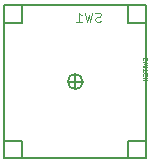
<source format=gbo>
G04 #@! TF.GenerationSoftware,KiCad,Pcbnew,7.0.11+dfsg-1build4*
G04 #@! TF.CreationDate,2025-11-30T20:34:08-05:00*
G04 #@! TF.ProjectId,timmy,74696d6d-792e-46b6-9963-61645f706362,rev?*
G04 #@! TF.SameCoordinates,Original*
G04 #@! TF.FileFunction,Legend,Bot*
G04 #@! TF.FilePolarity,Positive*
%FSLAX46Y46*%
G04 Gerber Fmt 4.6, Leading zero omitted, Abs format (unit mm)*
G04 Created by KiCad (PCBNEW 7.0.11+dfsg-1build4) date 2025-11-30 20:34:08*
%MOMM*%
%LPD*%
G01*
G04 APERTURE LIST*
%ADD10C,0.065024*%
%ADD11C,0.032512*%
%ADD12C,0.127000*%
G04 APERTURE END LIST*
D10*
X123057948Y-52807778D02*
X122947640Y-52844547D01*
X122947640Y-52844547D02*
X122763792Y-52844547D01*
X122763792Y-52844547D02*
X122690253Y-52807778D01*
X122690253Y-52807778D02*
X122653484Y-52771008D01*
X122653484Y-52771008D02*
X122616714Y-52697469D01*
X122616714Y-52697469D02*
X122616714Y-52623930D01*
X122616714Y-52623930D02*
X122653484Y-52550391D01*
X122653484Y-52550391D02*
X122690253Y-52513621D01*
X122690253Y-52513621D02*
X122763792Y-52476852D01*
X122763792Y-52476852D02*
X122910870Y-52440082D01*
X122910870Y-52440082D02*
X122984409Y-52403313D01*
X122984409Y-52403313D02*
X123021179Y-52366543D01*
X123021179Y-52366543D02*
X123057948Y-52293004D01*
X123057948Y-52293004D02*
X123057948Y-52219465D01*
X123057948Y-52219465D02*
X123021179Y-52145926D01*
X123021179Y-52145926D02*
X122984409Y-52109157D01*
X122984409Y-52109157D02*
X122910870Y-52072387D01*
X122910870Y-52072387D02*
X122727023Y-52072387D01*
X122727023Y-52072387D02*
X122616714Y-52109157D01*
X122359328Y-52072387D02*
X122175480Y-52844547D01*
X122175480Y-52844547D02*
X122028402Y-52293004D01*
X122028402Y-52293004D02*
X121881324Y-52844547D01*
X121881324Y-52844547D02*
X121697477Y-52072387D01*
X120998855Y-52844547D02*
X121440089Y-52844547D01*
X121219472Y-52844547D02*
X121219472Y-52072387D01*
X121219472Y-52072387D02*
X121293011Y-52182696D01*
X121293011Y-52182696D02*
X121366550Y-52256235D01*
X121366550Y-52256235D02*
X121440089Y-52293004D01*
D11*
X127003389Y-55886672D02*
X127021773Y-55941826D01*
X127021773Y-55941826D02*
X127021773Y-56033750D01*
X127021773Y-56033750D02*
X127003389Y-56070519D01*
X127003389Y-56070519D02*
X126985004Y-56088904D01*
X126985004Y-56088904D02*
X126948234Y-56107289D01*
X126948234Y-56107289D02*
X126911465Y-56107289D01*
X126911465Y-56107289D02*
X126874695Y-56088904D01*
X126874695Y-56088904D02*
X126856310Y-56070519D01*
X126856310Y-56070519D02*
X126837926Y-56033750D01*
X126837926Y-56033750D02*
X126819541Y-55960211D01*
X126819541Y-55960211D02*
X126801156Y-55923441D01*
X126801156Y-55923441D02*
X126782771Y-55905056D01*
X126782771Y-55905056D02*
X126746002Y-55886672D01*
X126746002Y-55886672D02*
X126709232Y-55886672D01*
X126709232Y-55886672D02*
X126672463Y-55905056D01*
X126672463Y-55905056D02*
X126654078Y-55923441D01*
X126654078Y-55923441D02*
X126635693Y-55960211D01*
X126635693Y-55960211D02*
X126635693Y-56052134D01*
X126635693Y-56052134D02*
X126654078Y-56107289D01*
X126635693Y-56235982D02*
X127021773Y-56327906D01*
X127021773Y-56327906D02*
X126746002Y-56401445D01*
X126746002Y-56401445D02*
X127021773Y-56474984D01*
X127021773Y-56474984D02*
X126635693Y-56566908D01*
X127021773Y-56713985D02*
X126635693Y-56713985D01*
X126635693Y-56842679D02*
X126635693Y-57063296D01*
X127021773Y-56952988D02*
X126635693Y-56952988D01*
X126985004Y-57412606D02*
X127003389Y-57394222D01*
X127003389Y-57394222D02*
X127021773Y-57339067D01*
X127021773Y-57339067D02*
X127021773Y-57302298D01*
X127021773Y-57302298D02*
X127003389Y-57247144D01*
X127003389Y-57247144D02*
X126966619Y-57210374D01*
X126966619Y-57210374D02*
X126929849Y-57191989D01*
X126929849Y-57191989D02*
X126856310Y-57173605D01*
X126856310Y-57173605D02*
X126801156Y-57173605D01*
X126801156Y-57173605D02*
X126727617Y-57191989D01*
X126727617Y-57191989D02*
X126690848Y-57210374D01*
X126690848Y-57210374D02*
X126654078Y-57247144D01*
X126654078Y-57247144D02*
X126635693Y-57302298D01*
X126635693Y-57302298D02*
X126635693Y-57339067D01*
X126635693Y-57339067D02*
X126654078Y-57394222D01*
X126654078Y-57394222D02*
X126672463Y-57412606D01*
X127021773Y-57578069D02*
X126635693Y-57578069D01*
X126819541Y-57578069D02*
X126819541Y-57798686D01*
X127021773Y-57798686D02*
X126635693Y-57798686D01*
D12*
X114904000Y-51412000D02*
X114904000Y-52912000D01*
X114904000Y-52912000D02*
X114904000Y-62912000D01*
X114904000Y-62912000D02*
X114904000Y-64412000D01*
X114904000Y-62912000D02*
X116404000Y-62912000D01*
X114904000Y-64412000D02*
X116404000Y-64412000D01*
X116404000Y-51412000D02*
X114904000Y-51412000D01*
X116404000Y-51412000D02*
X116404000Y-52912000D01*
X116404000Y-52912000D02*
X114904000Y-52912000D01*
X116404000Y-62912000D02*
X116404000Y-64412000D01*
X116404000Y-64412000D02*
X125404000Y-64412000D01*
X120269000Y-57912000D02*
X121539000Y-57912000D01*
X120904000Y-57277000D02*
X120904000Y-58547000D01*
X125404000Y-51412000D02*
X116404000Y-51412000D01*
X125404000Y-52912000D02*
X125404000Y-51412000D01*
X125404000Y-62912000D02*
X125404000Y-64412000D01*
X125404000Y-64412000D02*
X126904000Y-64412000D01*
X126904000Y-51412000D02*
X125404000Y-51412000D01*
X126904000Y-52912000D02*
X125404000Y-52912000D01*
X126904000Y-52912000D02*
X126904000Y-51412000D01*
X126904000Y-62912000D02*
X125404000Y-62912000D01*
X126904000Y-62912000D02*
X126904000Y-52912000D01*
X126904000Y-64412000D02*
X126904000Y-62912000D01*
X121539000Y-57912000D02*
G75*
G03*
X120269000Y-57912000I-635000J0D01*
G01*
X120269000Y-57912000D02*
G75*
G03*
X121539000Y-57912000I635000J0D01*
G01*
M02*

</source>
